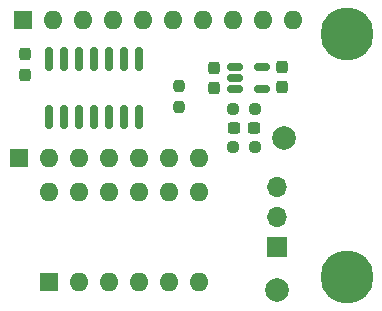
<source format=gts>
%TF.GenerationSoftware,KiCad,Pcbnew,7.0.6-7.0.6~ubuntu22.04.1*%
%TF.CreationDate,2023-08-03T12:39:30-07:00*%
%TF.ProjectId,2r2_dac_r3,3272325f-6461-4635-9f72-332e6b696361,rev?*%
%TF.SameCoordinates,Original*%
%TF.FileFunction,Soldermask,Top*%
%TF.FilePolarity,Negative*%
%FSLAX46Y46*%
G04 Gerber Fmt 4.6, Leading zero omitted, Abs format (unit mm)*
G04 Created by KiCad (PCBNEW 7.0.6-7.0.6~ubuntu22.04.1) date 2023-08-03 12:39:30*
%MOMM*%
%LPD*%
G01*
G04 APERTURE LIST*
G04 Aperture macros list*
%AMRoundRect*
0 Rectangle with rounded corners*
0 $1 Rounding radius*
0 $2 $3 $4 $5 $6 $7 $8 $9 X,Y pos of 4 corners*
0 Add a 4 corners polygon primitive as box body*
4,1,4,$2,$3,$4,$5,$6,$7,$8,$9,$2,$3,0*
0 Add four circle primitives for the rounded corners*
1,1,$1+$1,$2,$3*
1,1,$1+$1,$4,$5*
1,1,$1+$1,$6,$7*
1,1,$1+$1,$8,$9*
0 Add four rect primitives between the rounded corners*
20,1,$1+$1,$2,$3,$4,$5,0*
20,1,$1+$1,$4,$5,$6,$7,0*
20,1,$1+$1,$6,$7,$8,$9,0*
20,1,$1+$1,$8,$9,$2,$3,0*%
G04 Aperture macros list end*
%ADD10RoundRect,0.237500X-0.237500X0.250000X-0.237500X-0.250000X0.237500X-0.250000X0.237500X0.250000X0*%
%ADD11RoundRect,0.150000X-0.512500X-0.150000X0.512500X-0.150000X0.512500X0.150000X-0.512500X0.150000X0*%
%ADD12RoundRect,0.237500X0.237500X-0.300000X0.237500X0.300000X-0.237500X0.300000X-0.237500X-0.300000X0*%
%ADD13R,1.600000X1.600000*%
%ADD14O,1.600000X1.600000*%
%ADD15RoundRect,0.237500X-0.300000X-0.237500X0.300000X-0.237500X0.300000X0.237500X-0.300000X0.237500X0*%
%ADD16RoundRect,0.237500X-0.250000X-0.237500X0.250000X-0.237500X0.250000X0.237500X-0.250000X0.237500X0*%
%ADD17C,2.000000*%
%ADD18C,4.500000*%
%ADD19RoundRect,0.237500X-0.237500X0.300000X-0.237500X-0.300000X0.237500X-0.300000X0.237500X0.300000X0*%
%ADD20RoundRect,0.237500X0.250000X0.237500X-0.250000X0.237500X-0.250000X-0.237500X0.250000X-0.237500X0*%
%ADD21RoundRect,0.150000X0.150000X-0.825000X0.150000X0.825000X-0.150000X0.825000X-0.150000X-0.825000X0*%
%ADD22R,1.700000X1.700000*%
%ADD23O,1.700000X1.700000*%
G04 APERTURE END LIST*
D10*
%TO.C,R1*%
X96032000Y-106903500D03*
X96032000Y-108728500D03*
%TD*%
D11*
%TO.C,U1*%
X100759500Y-105303500D03*
X100759500Y-106253500D03*
X100759500Y-107203500D03*
X103034500Y-107203500D03*
X103034500Y-105303500D03*
%TD*%
D12*
%TO.C,C2*%
X98959500Y-107153500D03*
X98959500Y-105428500D03*
%TD*%
D13*
%TO.C,RN2*%
X82452000Y-113016000D03*
D14*
X84992000Y-113016000D03*
X87532000Y-113016000D03*
X90072000Y-113016000D03*
X92612000Y-113016000D03*
X95152000Y-113016000D03*
X97692000Y-113016000D03*
%TD*%
D15*
%TO.C,C3*%
X100697000Y-110491000D03*
X102422000Y-110491000D03*
%TD*%
D13*
%TO.C,SW1*%
X84992000Y-123516000D03*
D14*
X87532000Y-123516000D03*
X90072000Y-123516000D03*
X92612000Y-123516000D03*
X95152000Y-123516000D03*
X97692000Y-123516000D03*
X97692000Y-115896000D03*
X95152000Y-115896000D03*
X92612000Y-115896000D03*
X90072000Y-115896000D03*
X87532000Y-115896000D03*
X84992000Y-115896000D03*
%TD*%
D16*
%TO.C,R3*%
X100647000Y-112091000D03*
X102472000Y-112091000D03*
%TD*%
D13*
%TO.C,RN1*%
X82812000Y-101316000D03*
D14*
X85352000Y-101316000D03*
X87892000Y-101316000D03*
X90432000Y-101316000D03*
X92972000Y-101316000D03*
X95512000Y-101316000D03*
X98052000Y-101316000D03*
X100592000Y-101316000D03*
X103132000Y-101316000D03*
X105672000Y-101316000D03*
%TD*%
D17*
%TO.C,DAC1*%
X104932000Y-111316000D03*
%TD*%
D18*
%TO.C,H2*%
X110232000Y-102516000D03*
%TD*%
D19*
%TO.C,C4*%
X83039125Y-104266000D03*
X83039125Y-105991000D03*
%TD*%
D17*
%TO.C,GND1*%
X104332000Y-124216000D03*
%TD*%
D20*
%TO.C,R2*%
X102472000Y-108866000D03*
X100647000Y-108866000D03*
%TD*%
D21*
%TO.C,U2*%
X85019125Y-109578500D03*
X86289125Y-109578500D03*
X87559125Y-109578500D03*
X88829125Y-109578500D03*
X90099125Y-109578500D03*
X91369125Y-109578500D03*
X92639125Y-109578500D03*
X92639125Y-104628500D03*
X91369125Y-104628500D03*
X90099125Y-104628500D03*
X88829125Y-104628500D03*
X87559125Y-104628500D03*
X86289125Y-104628500D03*
X85019125Y-104628500D03*
%TD*%
D18*
%TO.C,H1*%
X110232000Y-123116000D03*
%TD*%
D19*
%TO.C,C1*%
X104759500Y-105341000D03*
X104759500Y-107066000D03*
%TD*%
D22*
%TO.C,J1*%
X104332000Y-120596000D03*
D23*
X104332000Y-118056000D03*
X104332000Y-115516000D03*
%TD*%
M02*

</source>
